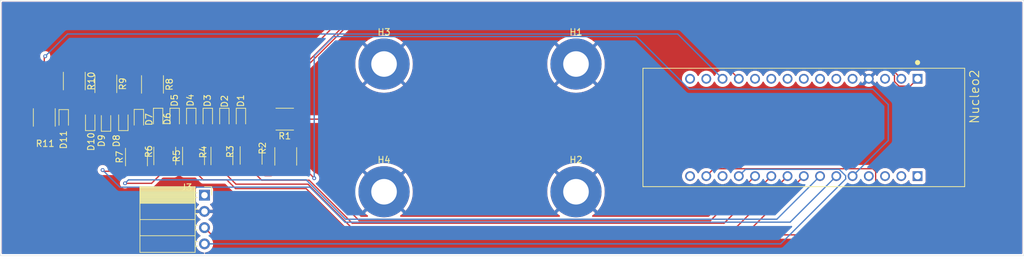
<source format=kicad_pcb>
(kicad_pcb (version 20240108) (generator "pcbnew") (generator_version "8.0")
  (layers (0 "F.Cu" signal) (31 "B.Cu" signal) (34 "B.Paste" user) (35 "F.Paste" user) (36 "B.SilkS" user "B.Silkscreen") (37 "F.SilkS" user "F.Silkscreen") (38 "B.Mask" user) (39 "F.Mask" user) (44 "Edge.Cuts" user))
  (net 0 "")
  (net 1 "Net-(D1-A)")
  (net 2 "GND")
  (net 3 "Net-(D2-A)")
  (net 4 "Net-(D3-A)")
  (net 5 "Net-(D4-A)")
  (net 6 "Net-(D5-A)")
  (net 7 "Net-(D6-A)")
  (net 8 "Net-(D7-A)")
  (net 9 "Net-(D8-A)")
  (net 10 "Net-(D9-A)")
  (net 11 "Net-(D10-A)")
  (net 12 "Net-(D11-A)")
  (net 13 "LED 1")
  (net 14 "LED 2")
  (net 15 "LED 3")
  (net 16 "LED 4")
  (net 17 "LED 5")
  (net 18 "LED 6")
  (net 19 "LED 7")
  (net 20 "LED 8")
  (net 21 "LED 9")
  (net 22 "LED 10")
  (net 23 "LED 11")
  (net 25 "DO")
  (net 26 "Alim Hall")
  (footprint "MountingHole:MountingHole_4mm_Pad" (layer "F.Cu") (at 126.855 92.45)
    (property "Reference" "H3" (at 0 -5 0) (layer "F.SilkS"))
    (property "Value" "MountingHole_Pad")
    (pad "1" thru_hole circle (at 0 0) (size 8 8) (drill 4) (layers "*.Cu" "*.Mask") (net 2 "GND"))
  )
  (footprint "LED_SMD:LED_0603_1608Metric_Pad1.05x0.95mm_HandSolder" (layer "F.Cu") (at 99.31 101.0325 -90)
    (property "Reference" "D3" (at -2.8525 0.06 90) (layer "F.SilkS"))
    (property "Value" "LED")
    (fp_line (start -1.66 0.735) (end 0.8 0.735) (stroke (width 0.12)) (layer "F.SilkS"))
    (fp_line (start -1.66 -0.735) (end -1.66 0.735) (stroke (width 0.12)) (layer "F.SilkS"))
    (fp_line (start 0.8 -0.735) (end -1.66 -0.735) (stroke (width 0.12)) (layer "F.SilkS"))
    (pad "1" smd roundrect (at -0.875 0 270) (size 1.05 0.95) (layers "F.Cu" "F.Paste" "F.Mask") (net 2 "GND"))
    (pad "2" smd roundrect (at 0.875 0 270) (size 1.05 0.95) (layers "F.Cu" "F.Paste" "F.Mask") (net 4 "Net-(D3-A)"))
  )
  (footprint "LED_SMD:LED_0603_1608Metric_Pad1.05x0.95mm_HandSolder" (layer "F.Cu") (at 88.54 101.22 -90)
    (property "Reference" "D7" (at -0.09 -1.59 90) (layer "F.SilkS"))
    (property "Value" "LED")
    (fp_line (start -1.66 0.735) (end 0.8 0.735) (stroke (width 0.12)) (layer "F.SilkS"))
    (fp_line (start -1.66 -0.735) (end -1.66 0.735) (stroke (width 0.12)) (layer "F.SilkS"))
    (fp_line (start 0.8 -0.735) (end -1.66 -0.735) (stroke (width 0.12)) (layer "F.SilkS"))
    (pad "1" smd roundrect (at -0.875 0 270) (size 1.05 0.95) (layers "F.Cu" "F.Paste" "F.Mask") (net 2 "GND"))
    (pad "2" smd roundrect (at 0.875 0 270) (size 1.05 0.95) (layers "F.Cu" "F.Paste" "F.Mask") (net 8 "Net-(D7-A)"))
  )
  (footprint "Resistor_SMD:R_1812_4532Metric_Pad1.30x3.40mm_HandSolder" (layer "F.Cu") (at 88.16 107.015 90)
    (property "Reference" "R7" (at 0 -2.65 90) (layer "F.SilkS"))
    (property "Value" "R_Small")
    (fp_line (start -1.386252 -1.71) (end 1.386252 -1.71) (stroke (width 0.12)) (layer "F.SilkS"))
    (fp_line (start -1.386252 1.71) (end 1.386252 1.71) (stroke (width 0.12)) (layer "F.SilkS"))
    (pad "1" smd roundrect (at -2.225 0 90) (size 1.3 3.4) (layers "F.Cu" "F.Paste" "F.Mask") (roundrect_rratio 0.192308) (net 19 "LED 7"))
    (pad "2" smd roundrect (at 2.225 0 90) (size 1.3 3.4) (layers "F.Cu" "F.Paste" "F.Mask") (roundrect_rratio 0.192308) (net 8 "Net-(D7-A)"))
  )
  (footprint "LED_SMD:LED_0603_1608Metric_Pad1.05x0.95mm_HandSolder" (layer "F.Cu") (at 80.93 101.2125 90)
    (property "Reference" "D10" (at -3.3975 0.13 90) (layer "F.SilkS"))
    (property "Value" "LED")
    (fp_line (start 0.8 -0.735) (end -1.66 -0.735) (stroke (width 0.12)) (layer "F.SilkS"))
    (fp_line (start -1.66 -0.735) (end -1.66 0.735) (stroke (width 0.12)) (layer "F.SilkS"))
    (fp_line (start -1.66 0.735) (end 0.8 0.735) (stroke (width 0.12)) (layer "F.SilkS"))
    (pad "1" smd roundrect (at -0.875 0 90) (size 1.05 0.95) (layers "F.Cu" "F.Paste" "F.Mask") (net 2 "GND"))
    (pad "2" smd roundrect (at 0.875 0 90) (size 1.05 0.95) (layers "F.Cu" "F.Paste" "F.Mask") (net 11 "Net-(D10-A)"))
  )
  (footprint "Resistor_SMD:R_1812_4532Metric_Pad1.30x3.40mm_HandSolder" (layer "F.Cu") (at 73.75 100.815 -90)
    (property "Reference" "R11" (at 4.095 -0.14 180) (layer "F.SilkS"))
    (property "Value" "R_Small")
    (fp_line (start -1.386252 1.71) (end 1.386252 1.71) (stroke (width 0.12)) (layer "F.SilkS"))
    (fp_line (start -1.386252 -1.71) (end 1.386252 -1.71) (stroke (width 0.12)) (layer "F.SilkS"))
    (pad "1" smd roundrect (at -2.225 0 270) (size 1.3 3.4) (layers "F.Cu" "F.Paste" "F.Mask") (roundrect_rratio 0.192308) (net 23 "LED 11"))
    (pad "2" smd roundrect (at 2.225 0 270) (size 1.3 3.4) (layers "F.Cu" "F.Paste" "F.Mask") (roundrect_rratio 0.192308) (net 12 "Net-(D11-A)"))
  )
  (footprint "Resistor_SMD:R_1812_4532Metric_Pad1.30x3.40mm_HandSolder" (layer "F.Cu") (at 101.51 106.845 90)
    (property "Reference" "R4" (at 0.62 -2.93 90) (layer "F.SilkS"))
    (property "Value" "R_Small")
    (fp_line (start -1.386252 -1.71) (end 1.386252 -1.71) (stroke (width 0.12)) (layer "F.SilkS"))
    (fp_line (start -1.386252 1.71) (end 1.386252 1.71) (stroke (width 0.12)) (layer "F.SilkS"))
    (pad "1" smd roundrect (at -2.225 0 90) (size 1.3 3.4) (layers "F.Cu" "F.Paste" "F.Mask") (roundrect_rratio 0.192308) (net 16 "LED 4"))
    (pad "2" smd roundrect (at 2.225 0 90) (size 1.3 3.4) (layers "F.Cu" "F.Paste" "F.Mask") (roundrect_rratio 0.192308) (net 5 "Net-(D4-A)"))
  )
  (footprint "Resistor_SMD:R_1812_4532Metric_Pad1.30x3.40mm_HandSolder" (layer "F.Cu") (at 106.08 106.765 90)
    (property "Reference" "R3" (at 0.6 -3.28 90) (layer "F.SilkS"))
    (property "Value" "R_Small")
    (fp_line (start -1.386252 -1.71) (end 1.386252 -1.71) (stroke (width 0.12)) (layer "F.SilkS"))
    (fp_line (start -1.386252 1.71) (end 1.386252 1.71) (stroke (width 0.12)) (layer "F.SilkS"))
    (pad "1" smd roundrect (at -2.225 0 90) (size 1.3 3.4) (layers "F.Cu" "F.Paste" "F.Mask") (roundrect_rratio 0.192308) (net 15 "LED 3"))
    (pad "2" smd roundrect (at 2.225 0 90) (size 1.3 3.4) (layers "F.Cu" "F.Paste" "F.Mask") (roundrect_rratio 0.192308) (net 4 "Net-(D3-A)"))
  )
  (footprint "LED_SMD:LED_0603_1608Metric_Pad1.05x0.95mm_HandSolder" (layer "F.Cu") (at 86.11 101.2125 90)
    (property "Reference" "D8" (at -3.2675 -1.08 90) (layer "F.SilkS"))
    (property "Value" "LED")
    (fp_line (start 0.8 -0.735) (end -1.66 -0.735) (stroke (width 0.12)) (layer "F.SilkS"))
    (fp_line (start -1.66 -0.735) (end -1.66 0.735) (stroke (width 0.12)) (layer "F.SilkS"))
    (fp_line (start -1.66 0.735) (end 0.8 0.735) (stroke (width 0.12)) (layer "F.SilkS"))
    (pad "1" smd roundrect (at -0.875 0 90) (size 1.05 0.95) (layers "F.Cu" "F.Paste" "F.Mask") (net 2 "GND"))
    (pad "2" smd roundrect (at 0.875 0 90) (size 1.05 0.95) (layers "F.Cu" "F.Paste" "F.Mask") (net 9 "Net-(D8-A)"))
  )
  (footprint "LED_SMD:LED_0603_1608Metric_Pad1.05x0.95mm_HandSolder" (layer "F.Cu") (at 94.13 101.0325 -90)
    (property "Reference" "D5" (at -2.8925 0.03 90) (layer "F.SilkS"))
    (property "Value" "LED")
    (fp_line (start -1.66 0.735) (end 0.8 0.735) (stroke (width 0.12)) (layer "F.SilkS"))
    (fp_line (start -1.66 -0.735) (end -1.66 0.735) (stroke (width 0.12)) (layer "F.SilkS"))
    (fp_line (start 0.8 -0.735) (end -1.66 -0.735) (stroke (width 0.12)) (layer "F.SilkS"))
    (pad "1" smd roundrect (at -0.875 0 270) (size 1.05 0.95) (layers "F.Cu" "F.Paste" "F.Mask") (net 2 "GND"))
    (pad "2" smd roundrect (at 0.875 0 270) (size 1.05 0.95) (layers "F.Cu" "F.Paste" "F.Mask") (net 6 "Net-(D5-A)"))
  )
  (footprint "Resistor_SMD:R_1812_4532Metric_Pad1.30x3.40mm_HandSolder" (layer "F.Cu") (at 92.58 106.845 90)
    (property "Reference" "R6" (at 0.7 -2.49 90) (layer "F.SilkS"))
    (property "Value" "R_Small")
    (fp_line (start -1.386252 -1.71) (end 1.386252 -1.71) (stroke (width 0.12)) (layer "F.SilkS"))
    (fp_line (start -1.386252 1.71) (end 1.386252 1.71) (stroke (width 0.12)) (layer "F.SilkS"))
    (pad "1" smd roundrect (at -2.225 0 90) (size 1.3 3.4) (layers "F.Cu" "F.Paste" "F.Mask") (roundrect_rratio 0.192308) (net 18 "LED 6"))
    (pad "2" smd roundrect (at 2.225 0 90) (size 1.3 3.4) (layers "F.Cu" "F.Paste" "F.Mask") (roundrect_rratio 0.192308) (net 7 "Net-(D6-A)"))
  )
  (footprint "Resistor_SMD:R_1812_4532Metric_Pad1.30x3.40mm_HandSolder" (layer "F.Cu") (at 90.66 95.645 -90)
    (property "Reference" "R8" (at 0 -2.65 90) (layer "F.SilkS"))
    (property "Value" "R_Small")
    (fp_line (start -1.386252 1.71) (end 1.386252 1.71) (stroke (width 0.12)) (layer "F.SilkS"))
    (fp_line (start -1.386252 -1.71) (end 1.386252 -1.71) (stroke (width 0.12)) (layer "F.SilkS"))
    (pad "1" smd roundrect (at -2.225 0 270) (size 1.3 3.4) (layers "F.Cu" "F.Paste" "F.Mask") (roundrect_rratio 0.192308) (net 20 "LED 8"))
    (pad "2" smd roundrect (at 2.225 0 270) (size 1.3 3.4) (layers "F.Cu" "F.Paste" "F.Mask") (roundrect_rratio 0.192308) (net 9 "Net-(D8-A)"))
  )
  (footprint "MountingHole:MountingHole_4mm_Pad" (layer "F.Cu") (at 156.855 112.45)
    (property "Reference" "H2" (at 0 -5 0) (layer "F.SilkS"))
    (property "Value" "MountingHole_Pad")
    (pad "1" thru_hole circle (at 0 0) (size 8 8) (drill 4) (layers "*.Cu" "*.Mask") (net 2 "GND"))
  )
  (footprint "LED_SMD:LED_0603_1608Metric_Pad1.05x0.95mm_HandSolder" (layer "F.Cu") (at 101.9 101.0325 -90)
    (property "Reference" "D2" (at -2.7425 -0.03 90) (layer "F.SilkS"))
    (property "Value" "LED")
    (fp_line (start -1.66 0.735) (end 0.8 0.735) (stroke (width 0.12)) (layer "F.SilkS"))
    (fp_line (start -1.66 -0.735) (end -1.66 0.735) (stroke (width 0.12)) (layer "F.SilkS"))
    (fp_line (start 0.8 -0.735) (end -1.66 -0.735) (stroke (width 0.12)) (layer "F.SilkS"))
    (pad "1" smd roundrect (at -0.875 0 270) (size 1.05 0.95) (layers "F.Cu" "F.Paste" "F.Mask") (net 2 "GND"))
    (pad "2" smd roundrect (at 0.875 0 270) (size 1.05 0.95) (layers "F.Cu" "F.Paste" "F.Mask") (net 3 "Net-(D2-A)"))
  )
  (footprint "LED_SMD:LED_0603_1608Metric_Pad1.05x0.95mm_HandSolder" (layer "F.Cu") (at 83.4 101.315 90)
    (property "Reference" "D9" (at -3.145 -0.71 90) (layer "F.SilkS"))
    (property "Value" "LED")
    (fp_line (start 0.8 -0.735) (end -1.66 -0.735) (stroke (width 0.12)) (layer "F.SilkS"))
    (fp_line (start -1.66 -0.735) (end -1.66 0.735) (stroke (width 0.12)) (layer "F.SilkS"))
    (fp_line (start -1.66 0.735) (end 0.8 0.735) (stroke (width 0.12)) (layer "F.SilkS"))
    (pad "1" smd roundrect (at -0.875 0 90) (size 1.05 0.95) (layers "F.Cu" "F.Paste" "F.Mask") (net 2 "GND"))
    (pad "2" smd roundrect (at 0.875 0 90) (size 1.05 0.95) (layers "F.Cu" "F.Paste" "F.Mask") (net 10 "Net-(D9-A)"))
  )
  (footprint "Resistor_SMD:R_1812_4532Metric_Pad1.30x3.40mm_HandSolder" (layer "F.Cu") (at 83.37 95.555 -90)
    (property "Reference" "R9" (at 0 -2.65 90) (layer "F.SilkS"))
    (property "Value" "R_Small")
    (fp_line (start -1.386252 1.71) (end 1.386252 1.71) (stroke (width 0.12)) (layer "F.SilkS"))
    (fp_line (start -1.386252 -1.71) (end 1.386252 -1.71) (stroke (width 0.12)) (layer "F.SilkS"))
    (pad "1" smd roundrect (at -2.225 0 270) (size 1.3 3.4) (layers "F.Cu" "F.Paste" "F.Mask") (roundrect_rratio 0.192308) (net 21 "LED 9"))
    (pad "2" smd roundrect (at 2.225 0 270) (size 1.3 3.4) (layers "F.Cu" "F.Paste" "F.Mask") (roundrect_rratio 0.192308) (net 10 "Net-(D9-A)"))
  )
  (footprint "Resistor_SMD:R_1812_4532Metric_Pad1.30x3.40mm_HandSolder" (layer "F.Cu") (at 111.49 106.915 90)
    (property "Reference" "R2" (at 1.285 -3.63 90) (layer "F.SilkS"))
    (property "Value" "R_Small")
    (fp_line (start -1.386252 -1.71) (end 1.386252 -1.71) (stroke (width 0.12)) (layer "F.SilkS"))
    (fp_line (start -1.386252 1.71) (end 1.386252 1.71) (stroke (width 0.12)) (layer "F.SilkS"))
    (pad "1" smd roundrect (at -2.225 0 90) (size 1.3 3.4) (layers "F.Cu" "F.Paste" "F.Mask") (roundrect_rratio 0.192308) (net 14 "LED 2"))
    (pad "2" smd roundrect (at 2.225 0 90) (size 1.3 3.4) (layers "F.Cu" "F.Paste" "F.Mask") (roundrect_rratio 0.192308) (net 3 "Net-(D2-A)"))
  )
  (footprint "LED_SMD:LED_0603_1608Metric_Pad1.05x0.95mm_HandSolder" (layer "F.Cu") (at 104.49 101.0325 -90)
    (property "Reference" "D1" (at -2.8325 0.04 90) (layer "F.SilkS"))
    (property "Value" "LED")
    (fp_line (start -1.66 0.735) (end 0.8 0.735) (stroke (width 0.12)) (layer "F.SilkS"))
    (fp_line (start -1.66 -0.735) (end -1.66 0.735) (stroke (width 0.12)) (layer "F.SilkS"))
    (fp_line (start 0.8 -0.735) (end -1.66 -0.735) (stroke (width 0.12)) (layer "F.SilkS"))
    (pad "1" smd roundrect (at -0.875 0 270) (size 1.05 0.95) (layers "F.Cu" "F.Paste" "F.Mask") (net 2 "GND"))
    (pad "2" smd roundrect (at 0.875 0 270) (size 1.05 0.95) (layers "F.Cu" "F.Paste" "F.Mask") (net 1 "Net-(D1-A)"))
  )
  (footprint "Connector_PinSocket_2.54mm:PinSocket_1x04_P2.54mm_Horizontal" (layer "F.Cu") (at 98.79 112.99)
    (property "Reference" "J3" (at -2.79 -1.225 180) (layer "F.SilkS"))
    (property "Value" "Conn_01x04_Socket")
    (fp_line (start -10.09 -1.33) (end -10.09 8.95) (stroke (width 0.12)) (layer "F.SilkS"))
    (fp_line (start -10.09 -1.33) (end -1.46 -1.33) (stroke (width 0.12)) (layer "F.SilkS"))
    (fp_line (start -10.09 -1.21) (end -1.46 -1.21) (stroke (width 0.12)) (layer "F.SilkS"))
    (fp_line (start -10.09 -1.091905) (end -1.46 -1.091905) (stroke (width 0.12)) (layer "F.SilkS"))
    (fp_line (start -10.09 -0.97381) (end -1.46 -0.97381) (stroke (width 0.12)) (layer "F.SilkS"))
    (fp_line (start -10.09 -0.855715) (end -1.46 -0.855715) (stroke (width 0.12)) (layer "F.SilkS"))
    (fp_line (start -10.09 -0.73762) (end -1.46 -0.73762) (stroke (width 0.12)) (layer "F.SilkS"))
    (fp_line (start -10.09 -0.619525) (end -1.46 -0.619525) (stroke (width 0.12)) (layer "F.SilkS"))
    (fp_line (start -10.09 -0.50143) (end -1.46 -0.50143) (stroke (width 0.12)) (layer "F.SilkS"))
    (fp_line (start -10.09 -0.383335) (end -1.46 -0.383335) (stroke (width 0.12)) (layer "F.SilkS"))
    (fp_line (start -10.09 -0.26524) (end -1.46 -0.26524) (stroke (width 0.12)) (layer "F.SilkS"))
    (fp_line (start -10.09 -0.147145) (end -1.46 -0.147145) (stroke (width 0.12)) (layer "F.SilkS"))
    (fp_line (start -10.09 -0.02905) (end -1.46 -0.02905) (stroke (width 0.12)) (layer "F.SilkS"))
    (fp_line (start -10.09 0.089045) (end -1.46 0.089045) (stroke (width 0.12)) (layer "F.SilkS"))
    (fp_line (start -10.09 0.20714) (end -1.46 0.20714) (stroke (width 0.12)) (layer "F.SilkS"))
    (fp_line (start -10.09 0.325235) (end -1.46 0.325235) (stroke (width 0.12)) (layer "F.SilkS"))
    (fp_line (start -10.09 0.44333) (end -1.46 0.44333) (stroke (width 0.12)) (layer "F.SilkS"))
    (fp_line (start -10.09 0.561425) (end -1.46 0.561425) (stroke (width 0.12)) (layer "F.SilkS"))
    (fp_line (start -10.09 0.67952) (end -1.46 0.67952) (stroke (width 0.12)) (layer "F.SilkS"))
    (fp_line (start -10.09 0.797615) (end -1.46 0.797615) (stroke (width 0.12)) (layer "F.SilkS"))
    (fp_line (start -10.09 0.91571) (end -1.46 0.91571) (stroke (width 0.12)) (layer "F.SilkS"))
    (fp_line (start -10.09 1.033805) (end -1.46 1.033805) (stroke (width 0.12)) (layer "F.SilkS"))
    (fp_line (start -10.09 1.1519) (end -1.46 1.1519) (stroke (width 0.12)) (layer "F.SilkS"))
    (fp_line (start -10.09 1.27) (end -1.46 1.27) (stroke (width 0.12)) (layer "F.SilkS"))
    (fp_line (start -10.09 3.81) (end -1.46 3.81) (stroke (width 0.12)) (layer "F.SilkS"))
    (fp_line (start -10.09 6.35) (end -1.46 6.35) (stroke (width 0.12)) (layer "F.SilkS"))
    (fp_line (start -10.09 8.95) (end -1.46 8.95) (stroke (width 0.12)) (layer "F.SilkS"))
    (fp_line (start -1.46 -1.33) (end -1.46 8.95) (stroke (width 0.12)) (layer "F.SilkS"))
    (fp_line (start -1.46 -0.36) (end -1.11 -0.36) (stroke (width 0.12)) (layer "F.SilkS"))
    (fp_line (start -1.46 0.36) (end -1.11 0.36) (stroke (width 0.12)) (layer "F.SilkS"))
    (fp_line (start -1.46 2.18) (end -1.05 2.18) (stroke (width 0.12)) (layer "F.SilkS"))
    (fp_line (start -1.46 2.9) (end -1.05 2.9) (stroke (width 0.12)) (layer "F.SilkS"))
    (fp_line (start -1.46 4.72) (end -1.05 4.72) (stroke (width 0.12)) (layer "F.SilkS"))
    (fp_line (start -1.46 5.44) (end -1.05 5.44) (stroke (width 0.12)) (layer "F.SilkS"))
    (fp_line (start -1.46 7.26) (end -1.05 7.26) (stroke (width 0.12)) (layer "F.SilkS"))
    (fp_line (start -1.46 7.98) (end -1.05 7.98) (stroke (width 0.12)) (layer "F.SilkS"))
    (fp_line (start 0 -1.33) (end 1.11 -1.33) (stroke (width 0.12)) (layer "F.SilkS"))
    (fp_line (start 1.11 -1.33) (end 1.11 0) (stroke (width 0.12)) (layer "F.SilkS"))
    (pad "1" thru_hole rect (at 0 0) (size 1.7 1.7) (drill 1) (layers "*.Cu" "*.Mask"))
    (pad "2" thru_hole oval (at 0 2.54) (size 1.7 1.7) (drill 1) (layers "*.Cu" "*.Mask") (net 2 "GND"))
    (pad "3" thru_hole oval (at 0 5.08) (size 1.7 1.7) (drill 1) (layers "*.Cu" "*.Mask") (net 26 "Alim Hall"))
    (pad "4" thru_hole oval (at 0 7.62) (size 1.7 1.7) (drill 1) (layers "*.Cu" "*.Mask") (net 25 "DO"))
  )
  (footprint "Resistor_SMD:R_1812_4532Metric_Pad1.30x3.40mm_HandSolder" (layer "F.Cu") (at 97.08 106.845 90)
    (property "Reference" "R5" (at 0 -2.65 90) (layer "F.SilkS"))
    (property "Value" "R_Small")
    (fp_line (start -1.386252 -1.71) (end 1.386252 -1.71) (stroke (width 0.12)) (layer "F.SilkS"))
    (fp_line (start -1.386252 1.71) (end 1.386252 1.71) (stroke (width 0.12)) (layer "F.SilkS"))
    (pad "1" smd roundrect (at -2.225 0 90) (size 1.3 3.4) (layers "F.Cu" "F.Paste" "F.Mask") (roundrect_rratio 0.192308) (net 17 "LED 5"))
    (pad "2" smd roundrect (at 2.225 0 90) (size 1.3 3.4) (layers "F.Cu" "F.Paste" "F.Mask") (roundrect_rratio 0.192308) (net 6 "Net-(D5-A)"))
  )
  (footprint "Resistor_SMD:R_1812_4532Metric_Pad1.30x3.40mm_HandSolder" (layer "F.Cu") (at 111.335 101.08 180)
    (property "Reference" "R1" (at 0 -2.65 360) (layer "F.SilkS"))
    (property "Value" "R_Small")
    (fp_line (start -1.386252 1.71) (end 1.386252 1.71) (stroke (width 0.12)) (layer "F.SilkS"))
    (fp_line (start -1.386252 -1.71) (end 1.386252 -1.71) (stroke (width 0.12)) (layer "F.SilkS"))
    (pad "1" smd roundrect (at -2.225 0 180) (size 1.3 3.4) (layers "F.Cu" "F.Paste" "F.Mask") (roundrect_rratio 0.192308) (net 13 "LED 1"))
    (pad "2" smd roundrect (at 2.225 0 180) (size 1.3 3.4) (layers "F.Cu" "F.Paste" "F.Mask") (roundrect_rratio 0.192308) (net 1 "Net-(D1-A)"))
  )
  (footprint "Resistor_SMD:R_1812_4532Metric_Pad1.30x3.40mm_HandSolder" (layer "F.Cu") (at 78.44 95.115 -90)
    (property "Reference" "R10" (at 0 -2.65 90) (layer "F.SilkS"))
    (property "Value" "R_Small")
    (fp_line (start -1.386252 1.71) (end 1.386252 1.71) (stroke (width 0.12)) (layer "F.SilkS"))
    (fp_line (start -1.386252 -1.71) (end 1.386252 -1.71) (stroke (width 0.12)) (layer "F.SilkS"))
    (pad "1" smd roundrect (at -2.225 0 270) (size 1.3 3.4) (layers "F.Cu" "F.Paste" "F.Mask") (roundrect_rratio 0.192308) (net 22 "LED 10"))
    (pad "2" smd roundrect (at 2.225 0 270) (size 1.3 3.4) (layers "F.Cu" "F.Paste" "F.Mask") (roundrect_rratio 0.192308) (net 11 "Net-(D10-A)"))
  )
  (footprint "LED_SMD:LED_0603_1608Metric_Pad1.05x0.95mm_HandSolder" (layer "F.Cu") (at 96.72 101.0325 -90)
    (property "Reference" "D4" (at -2.9125 0.14 90) (layer "F.SilkS"))
    (property "Value" "LED")
    (fp_line (start -1.66 0.735) (end 0.8 0.735) (stroke (width 0.12)) (layer "F.SilkS"))
    (fp_line (start -1.66 -0.735) (end -1.66 0.735) (stroke (width 0.12)) (layer "F.SilkS"))
    (fp_line (start 0.8 -0.735) (end -1.66 -0.735) (stroke (width 0.12)) (layer "F.SilkS"))
    (pad "1" smd roundrect (at -0.875 0 270) (size 1.05 0.95) (layers "F.Cu" "F.Paste" "F.Mask") (net 2 "GND"))
    (pad "2" smd roundrect (at 0.875 0 270) (size 1.05 0.95) (layers "F.Cu" "F.Paste" "F.Mask") (net 5 "Net-(D4-A)"))
  )
  (footprint "MountingHole:MountingHole_4mm_Pad" (layer "F.Cu") (at 156.855 92.45)
    (property "Reference" "H1" (at 0 -5 0) (layer "F.SilkS"))
    (property "Value" "MountingHole_Pad")
    (pad "1" thru_hole circle (at 0 0) (size 8 8) (drill 4) (layers "*.Cu" "*.Mask") (net 2 "GND"))
  )
  (footprint "LED_SMD:LED_0603_1608Metric_Pad1.05x0.95mm_HandSolder" (layer "F.Cu") (at 91.54 101.0325 -90)
    (property "Reference" "D6" (at 0 -1.43 90) (layer "F.SilkS"))
    (property "Value" "LED")
    (fp_line (start -1.66 0.735) (end 0.8 0.735) (stroke (width 0.12)) (layer "F.SilkS"))
    (fp_line (start -1.66 -0.735) (end -1.66 0.735) (stroke (width 0.12)) (layer "F.SilkS"))
    (fp_line (start 0.8 -0.735) (end -1.66 -0.735) (stroke (width 0.12)) (layer "F.SilkS"))
    (pad "1" smd roundrect (at -0.875 0 270) (size 1.05 0.95) (layers "F.Cu" "F.Paste" "F.Mask") (net 2 "GND"))
    (pad "2" smd roundrect (at 0.875 0 270) (size 1.05 0.95) (layers "F.Cu" "F.Paste" "F.Mask") (net 7 "Net-(D6-A)"))
  )
  (footprint "MountingHole:MountingHole_4mm_Pad" (layer "F.Cu") (at 126.855 112.45)
    (property "Reference" "H4" (at 0 -5 0) (layer "F.SilkS"))
    (property "Value" "MountingHole_Pad")
    (pad "1" thru_hole circle (at 0 0) (size 8 8) (drill 4) (layers "*.Cu" "*.Mask") (net 2 "GND"))
  )
  (footprint "LED_SMD:LED_0603_1608Metric_Pad1.05x0.95mm_HandSolder" (layer "F.Cu") (at 76.79 101.2425 -90)
    (property "Reference" "D11" (at 3.0675 0.03 90) (layer "F.SilkS"))
    (property "Value" "LED")
    (fp_line (start -1.66 0.735) (end 0.8 0.735) (stroke (width 0.12)) (layer "F.SilkS"))
    (fp_line (start -1.66 -0.735) (end -1.66 0.735) (stroke (width 0.12)) (layer "F.SilkS"))
    (fp_line (start 0.8 -0.735) (end -1.66 -0.735) (stroke (width 0.12)) (layer "F.SilkS"))
    (pad "1" smd roundrect (at -0.875 0 270) (size 1.05 0.95) (layers "F.Cu" "F.Paste" "F.Mask") (net 2 "GND"))
    (pad "2" smd roundrect (at 0.875 0 270) (size 1.05 0.95) (layers "F.Cu" "F.Paste" "F.Mask") (net 12 "Net-(D11-A)"))
  )
  (footprint "NUCLEO_F303K8:MODULE_NUCLEO-F303K8" (layer "F.Cu") (at 192.46 102.38 -90)
    (property "Reference" "Nucleo2" (at -4.81314 -26.68421 90) (layer "F.SilkS") (effects (font (size 1.402378 1.402378))))
    (property "Value" "~")
    (fp_line (start -9.27 25.145) (end -9.27 -25.145) (stroke (width 0.127)) (layer "F.SilkS"))
    (fp_line (start 9.27 25.145) (end -9.27 25.145) (stroke (width 0.127)) (layer "F.SilkS"))
    (fp_line (start -9.27 -25.145) (end 9.27 -25.145) (stroke (width 0.127)) (layer "F.SilkS"))
    (fp_line (start 9.27 -25.145) (end 9.27 25.145) (stroke (width 0.127)) (layer "F.SilkS"))
    (fp_circle (center -10.16 -17.78) (end -9.96 -17.78) (stroke (width 0.4)) (fill none) (layer "F.SilkS"))
    (pad "3_1" thru_hole rect (at -7.62 -17.78 270) (size 1.53 1.53) (drill 1.02) (layers "*.Cu" "*.Mask") (net 21 "LED 9"))
    (pad "3_2" thru_hole circle (at -7.62 -15.24 270) (size 1.53 1.53) (drill 1.02) (layers "*.Cu" "*.Mask") (net 22 "LED 10"))
    (pad "3_3" thru_hole circle (at -7.62 -12.7 270) (size 1.53 1.53) (drill 1.02) (layers "*.Cu" "*.Mask"))
    (pad "3_4" thru_hole circle (at -7.62 -10.16 270) (size 1.53 1.53) (drill 1.02) (layers "*.Cu" "*.Mask") (net 2 "GND"))
    (pad "3_5" thru_hole circle (at -7.62 -7.62 270) (size 1.53 1.53) (drill 1.02) (layers "*.Cu" "*.Mask"))
    (pad "3_6" thru_hole circle (at -7.62 -5.08 270) (size 1.53 1.53) (drill 1.02) (layers "*.Cu" "*.Mask"))
    (pad "3_7" thru_hole circle (at -7.62 -2.54 270) (size 1.53 1.53) (drill 1.02) (layers "*.Cu" "*.Mask"))
    (pad "3_8" thru_hole circle (at -7.62 0 270) (size 1.53 1.53) (drill 1.02) (layers "*.Cu" "*.Mask"))
    (pad "3_9" thru_hole circle (at -7.62 2.54 270) (size 1.53 1.53) (drill 1.02) (layers "*.Cu" "*.Mask"))
    (pad "3_10" thru_hole circle (at -7.62 5.08 270) (size 1.53 1.53) (drill 1.02) (layers "*.Cu" "*.Mask"))
    (pad "3_11" thru_hole circle (at -7.62 7.62 270) (size 1.53 1.53) (drill 1.02) (layers "*.Cu" "*.Mask"))
    (pad "3_12" thru_hole circle (at -7.62 10.16 270) (size 1.53 1.53) (drill 1.02) (layers "*.Cu" "*.Mask") (net 20 "LED 8"))
    (pad "3_13" thru_hole circle (at -7.62 12.7 270) (size 1.53 1.53) (drill 1.02) (layers "*.Cu" "*.Mask") (net 23 "LED 11"))
    (pad "3_14" thru_hole circle (at -7.62 15.24 270) (size 1.53 1.53) (drill 1.02) (layers "*.Cu" "*.Mask"))
    (pad "3_15" thru_hole circle (at -7.62 17.78 270) (size 1.53 1.53) (drill 1.02) (layers "*.Cu" "*.Mask"))
    (pad "4_1" thru_hole rect (at 7.62 -17.78 270) (size 1.53 1.53) (drill 1.02) (layers "*.Cu" "*.Mask"))
    (pad "4_2" thru_hole circle (at 7.62 -15.24 270) (size 1.53 1.53) (drill 1.02) (layers "*.Cu" "*.Mask"))
    (pad "4_3" thru_hole circle (at 7.62 -12.7 270) (size 1.53 1.53) (drill 1.02) (layers "*.Cu" "*.Mask"))
    (pad "4_4" thru_hole circle (at 7.62 -10.16 270) (size 1.53 1.53) (drill 1.02) (layers "*.Cu" "*.Mask"))
    (pad "4_5" thru_hole circle (at 7.62 -7.62 270) (size 1.53 1.53) (drill 1.02) (layers "*.Cu" "*.Mask") (net 14 "LED 2"))
    (pad "4_6" thru_hole circle (at 7.62 -5.08 270) (size 1.53 1.53) (drill 1.02) (layers "*.Cu" "*.Mask") (net 19 "LED 7"))
    (pad "4_7" thru_hole circle (at 7.62 -2.54 270) (size 1.53 1.53) (drill 1.02) (layers "*.Cu" "*.Mask") (net 18 "LED 6"))
    (pad "4_8" thru_hole circle (at 7.62 0 270) (size 1.53 1.53) (drill 1.02) (layers "*.Cu" "*.Mask") (net 17 "LED 5"))
    (pad "4_9" thru_hole circle (at 7.62 2.54 270) (size 1.53 1.53) (drill 1.02) (layers "*.Cu" "*.Mask") (net 16 "LED 4"))
    (pad "4_10" thru_hole circle (at 7.62 5.08 270) (size 1.53 1.53) (drill 1.02) (layers "*.Cu" "*.Mask") (net 15 "LED 3"))
    (pad "4_11" thru_hole circle (at 7.62 7.62 270) (size 1.53 1.53) (drill 1.02) (layers "*.Cu" "*.Mask") (net 13 "LED 1"))
    (pad "4_12" thru_hole circle (at 7.62 10.16 270) (size 1.53 1.53) (drill 1.02) (layers "*.Cu" "*.Mask") (net 25 "DO"))
    (pad "4_13" thru_hole circle (at 7.62 12.7 270) (size 1.53 1.53) (drill 1.02) (layers "*.Cu" "*.Mask"))
    (pad "4_14" thru_hole circle (at 7.62 15.24 270) (size 1.53 1.53) (drill 1.02) (layers "*.Cu" "*.Mask") (net 26 "Alim Hall"))
    (pad "4_15" thru_hole circle (at 7.62 17.78 270) (size 1.53 1.53) (drill 1.02) (layers "*.Cu" "*.Mask"))
  )
  (gr_rect (start 66.855 82.45) (end 226.855 122.45) (stroke (width 0.05)) (fill none) (layer "Edge.Cuts"))
  (segment (start 109.11 101.08) (end 108.2825 101.9075) (width 0.2) (layer "F.Cu") (net 1))
  (segment (start 108.2825 101.9075) (end 104.49 101.9075) (width 0.2) (layer "F.Cu") (net 1))
  (segment (start 98.79 115.53) (end 97.28 115.53) (width 0.2) (layer "B.Cu") (net 2))
  (segment (start 97.28 115.53) (end 96.79 115.04) (width 0.2) (layer "B.Cu") (net 2))
  (segment (start 111.49 104.69) (end 109.79 104.69) (width 0.2) (layer "F.Cu") (net 3))
  (segment (start 107.8325 102.7325) (end 102.725 102.7325) (width 0.2) (layer "F.Cu") (net 3))
  (segment (start 102.725 102.7325) (end 101.9 101.9075) (width 0.2) (layer "F.Cu") (net 3))
  (segment (start 109.79 104.69) (end 107.8325 102.7325) (width 0.2) (layer "F.Cu") (net 3))
  (segment (start 100.535 103.1325) (end 99.31 101.9075) (width 0.2) (layer "F.Cu") (net 4))
  (segment (start 106.08 104.54) (end 104.6725 103.1325) (width 0.2) (layer "F.Cu") (net 4))
  (segment (start 104.6725 103.1325) (end 100.535 103.1325) (width 0.2) (layer "F.Cu") (net 4))
  (segment (start 99.81 104.62) (end 97.0975 101.9075) (width 0.2) (layer "F.Cu") (net 5))
  (segment (start 97.0975 101.9075) (end 96.72 101.9075) (width 0.2) (layer "F.Cu") (net 5))
  (segment (start 101.51 104.62) (end 99.81 104.62) (width 0.2) (layer "F.Cu") (net 5))
  (segment (start 94.3675 101.9075) (end 94.13 101.9075) (width 0.2) (layer "F.Cu") (net 6))
  (segment (start 97.08 104.62) (end 94.3675 101.9075) (width 0.2) (layer "F.Cu") (net 6))
  (segment (start 92.58 104.62) (end 91.54 103.58) (width 0.2) (layer "F.Cu") (net 7))
  (segment (start 91.54 103.58) (end 91.54 101.9075) (width 0.2) (layer "F.Cu") (net 7))
  (segment (start 88.16 102.475) (end 88.54 102.095) (width 0.2) (layer "F.Cu") (net 8))
  (segment (start 88.16 104.79) (end 88.16 102.475) (width 0.2) (layer "F.Cu") (net 8))
  (segment (start 90.66 97.87) (end 88.5775 97.87) (width 0.2) (layer "F.Cu") (net 9))
  (segment (start 88.5775 97.87) (end 86.11 100.3375) (width 0.2) (layer "F.Cu") (net 9))
  (segment (start 83.37 100.41) (end 83.4 100.44) (width 0.2) (layer "F.Cu") (net 10))
  (segment (start 83.37 97.78) (end 83.37 100.41) (width 0.2) (layer "F.Cu") (net 10))
  (segment (start 80.93 99.83) (end 78.44 97.34) (width 0.2) (layer "F.Cu") (net 11))
  (segment (start 80.93 100.3375) (end 80.93 99.83) (width 0.2) (layer "F.Cu") (net 11))
  (segment (start 74.7025 102.0875) (end 74.7325 102.1175) (width 0.2) (layer "F.Cu") (net 12))
  (segment (start 74.7025 102.0875) (end 73.75 103.04) (width 0.2) (layer "F.Cu") (net 12))
  (segment (start 74.7325 102.1175) (end 76.79 102.1175) (width 0.2) (layer "F.Cu") (net 12))
  (segment (start 113.56 101.08) (end 121.34 101.08) (width 0.2) (layer "F.Cu") (net 13))
  (segment (start 122.97 116.98) (end 177.86 116.98) (width 0.2) (layer "F.Cu") (net 13))
  (segment (start 121.87 101.61) (end 121.87 115.88) (width 0.2) (layer "F.Cu") (net 13))
  (segment (start 121.34 101.08) (end 121.87 101.61) (width 0.2) (layer "F.Cu") (net 13))
  (segment (start 121.87 115.88) (end 122.97 116.98) (width 0.2) (layer "F.Cu") (net 13))
  (segment (start 177.86 116.98) (end 184.84 110) (width 0.2) (layer "F.Cu") (net 13))
  (segment (start 114.75 109.14) (end 115.94 110.33) (width 0.2) (layer "F.Cu") (net 14))
  (segment (start 111.49 109.14) (end 114.75 109.14) (width 0.2) (layer "F.Cu") (net 14))
  (via (at 115.94 110.33) (size 0.6) (drill 0.3) (layers "F.Cu" "B.Cu") (net 14))
  (segment (start 115.94 91.18) (end 118.97 88.15) (width 0.2) (layer "B.Cu") (net 14))
  (segment (start 166.31 88.15) (end 174.54 96.38) (width 0.2) (layer "B.Cu") (net 14))
  (segment (start 205.66 104.42) (end 200.08 110) (width 0.2) (layer "B.Cu") (net 14))
  (segment (start 203.24 96.38) (end 205.66 98.8) (width 0.2) (layer "B.Cu") (net 14))
  (segment (start 205.66 98.8) (end 205.66 104.42) (width 0.2) (layer "B.Cu") (net 14))
  (segment (start 174.54 96.38) (end 203.24 96.38) (width 0.2) (layer "B.Cu") (net 14))
  (segment (start 115.94 110.33) (end 115.94 91.18) (width 0.2) (layer "B.Cu") (net 14))
  (segment (start 118.97 88.15) (end 166.31 88.15) (width 0.2) (layer "B.Cu") (net 14))
  (segment (start 121.89 117.38) (end 180 117.38) (width 0.2) (layer "F.Cu") (net 15))
  (segment (start 107.73 110.64) (end 115.15 110.64) (width 0.2) (layer "F.Cu") (net 15))
  (segment (start 115.15 110.64) (end 121.89 117.38) (width 0.2) (layer "F.Cu") (net 15))
  (segment (start 180 117.38) (end 187.38 110) (width 0.2) (layer "F.Cu") (net 15))
  (segment (start 106.08 108.99) (end 107.73 110.64) (width 0.2) (layer "F.Cu") (net 15))
  (segment (start 101.51 109.07) (end 103.7 111.26) (width 0.2) (layer "F.Cu") (net 16))
  (segment (start 103.7 111.26) (end 114.96 111.26) (width 0.2) (layer "F.Cu") (net 16))
  (segment (start 122.1 118.4) (end 181.52 118.4) (width 0.2) (layer "F.Cu") (net 16))
  (segment (start 114.96 111.26) (end 122.1 118.4) (width 0.2) (layer "F.Cu") (net 16))
  (segment (start 181.52 118.4) (end 189.92 110) (width 0.2) (layer "F.Cu") (net 16))
  (segment (start 103.65 111.96) (end 114.68 111.96) (width 0.2) (layer "F.Cu") (net 17))
  (segment (start 98.59 110.58) (end 102.27 110.58) (width 0.2) (layer "F.Cu") (net 17))
  (segment (start 102.27 110.58) (end 103.65 111.96) (width 0.2) (layer "F.Cu") (net 17))
  (segment (start 97.08 109.07) (end 98.59 110.58) (width 0.2) (layer "F.Cu") (net 17))
  (segment (start 121.52 118.8) (end 183.66 118.8) (width 0.2) (layer "F.Cu") (net 17))
  (segment (start 183.66 118.8) (end 192.46 110) (width 0.2) (layer "F.Cu") (net 17))
  (segment (start 114.68 111.96) (end 121.52 118.8) (width 0.2) (layer "F.Cu") (net 17))
  (segment (start 90.52 111.13) (end 86.37 111.13) (width 0.2) (layer "F.Cu") (net 18))
  (segment (start 92.58 109.07) (end 90.52 111.13) (width 0.2) (layer "F.Cu") (net 18))
  (via (at 86.37 111.13) (size 0.6) (drill 0.3) (layers "F.Cu" "B.Cu") (net 18))
  (segment (start 86.37 111.13) (end 86.91 110.59) (width 0.2) (layer "B.Cu") (net 18))
  (segment (start 114.69 110.59) (end 120.85 116.75) (width 0.2) (layer "B.Cu") (net 18))
  (segment (start 188.25 116.75) (end 195 110) (width 0.2) (layer "B.Cu") (net 18))
  (segment (start 86.91 110.59) (end 114.69 110.59) (width 0.2) (layer "B.Cu") (net 18))
  (segment (start 120.85 116.75) (end 188.25 116.75) (width 0.2) (layer "B.Cu") (net 18))
  (segment (start 88.16 109.24) (end 83.06 109.24) (width 0.2) (layer "F.Cu") (net 19))
  (segment (start 83.06 109.24) (end 82.87 109.05) (width 0.2) (layer "F.Cu") (net 19))
  (via (at 82.87 109.05) (size 0.6) (drill 0.3) (layers "F.Cu" "B.Cu") (net 19))
  (segment (start 85.55 111.73) (end 115.264314 111.73) (width 0.2) (layer "B.Cu") (net 19))
  (segment (start 115.264314 111.73) (end 120.744314 117.21) (width 0.2) (layer "B.Cu") (net 19))
  (segment (start 190.33 117.21) (end 197.54 110) (width 0.2) (layer "B.Cu") (net 19))
  (segment (start 120.744314 117.21) (end 190.33 117.21) (width 0.2) (layer "B.Cu") (net 19))
  (segment (start 82.87 109.05) (end 85.55 111.73) (width 0.2) (layer "B.Cu") (net 19))
  (segment (start 174.02 86.48) (end 182.3 94.76) (width 0.2) (layer "F.Cu") (net 20))
  (segment (start 121.11 86.48) (end 174.02 86.48) (width 0.2) (layer "F.Cu") (net 20))
  (segment (start 114.17 93.42) (end 121.11 86.48) (width 0.2) (layer "F.Cu") (net 20))
  (segment (start 90.66 93.42) (end 114.17 93.42) (width 0.2) (layer "F.Cu") (net 20))
  (segment (start 207.343862 95.91) (end 209.09 95.91) (width 0.2) (layer "F.Cu") (net 21))
  (segment (start 84.23 92.47) (end 114.554314 92.47) (width 0.2) (layer "F.Cu") (net 21))
  (segment (start 206.635 94.260686) (end 206.635 95.201138) (width 0.2) (layer "F.Cu") (net 21))
  (segment (start 198.454314 86.08) (end 206.635 94.260686) (width 0.2) (layer "F.Cu") (net 21))
  (segment (start 120.944314 86.08) (end 198.454314 86.08) (width 0.2) (layer "F.Cu") (net 21))
  (segment (start 83.37 93.33) (end 84.23 92.47) (width 0.2) (layer "F.Cu") (net 21))
  (segment (start 206.635 95.201138) (end 207.343862 95.91) (width 0.2) (layer "F.Cu") (net 21))
  (segment (start 114.554314 92.47) (end 120.944314 86.08) (width 0.2) (layer "F.Cu") (net 21))
  (segment (start 209.09 95.91) (end 210.24 94.76) (width 0.2) (layer "F.Cu") (net 21))
  (segment (start 78.44 92.89) (end 79.88 91.45) (width 0.2) (layer "F.Cu") (net 22))
  (segment (start 197.61 84.67) (end 207.7 94.76) (width 0.2) (layer "F.Cu") (net 22))
  (segment (start 114.13 91.45) (end 114.13 91.42) (width 0.2) (layer "F.Cu") (net 22))
  (segment (start 79.88 91.45) (end 114.13 91.45) (width 0.2) (layer "F.Cu") (net 22))
  (segment (start 120.88 84.67) (end 197.61 84.67) (width 0.2) (layer "F.Cu") (net 22))
  (segment (start 114.13 91.42) (end 120.88 84.67) (width 0.2) (layer "F.Cu") (net 22))
  (segment (start 73.75 91.38) (end 73.9 91.23) (width 0.2) (layer "F.Cu") (net 23))
  (segment (start 73.75 98.59) (end 73.75 91.38) (width 0.2) (layer "F.Cu") (net 23))
  (via (at 73.9 91.23) (size 0.6) (drill 0.3) (layers "F.Cu" "B.Cu") (net 23))
  (segment (start 172.75 87.75) (end 179.76 94.76) (width 0.2) (layer "B.Cu") (net 23))
  (segment (start 73.9 91.23) (end 77.38 87.75) (width 0.2) (layer "B.Cu") (net 23))
  (segment (start 77.38 87.75) (end 172.75 87.75) (width 0.2) (layer "B.Cu") (net 23))
  (segment (start 197.981138 108.935) (end 183.365 108.935) (width 0.2) (layer "B.Cu") (net 25))
  (segment (start 183.365 108.935) (end 182.3 110) (width 0.2) (layer "B.Cu") (net 25))
  (segment (start 188.846138 120.61) (end 199 110.456138) (width 0.2) (layer "B.Cu") (net 25))
  (segment (start 199 109.953862) (end 197.981138 108.935) (width 0.2) (layer "B.Cu") (net 25))
  (segment (start 98.79 120.61) (end 188.846138 120.61) (width 0.2) (layer "B.Cu") (net 25))
  (segment (start 199 110.456138) (end 199 109.953862) (width 0.2) (layer "B.Cu") (net 25))
  (segment (start 98.79 118.07) (end 99.92 119.2) (width 0.2) (layer "F.Cu") (net 26))
  (segment (start 203.17 119.2) (end 203.685 118.685) (width 0.2) (layer "F.Cu") (net 26))
  (segment (start 99.92 119.2) (end 203.17 119.2) (width 0.2) (layer "F.Cu") (net 26))
  (segment (start 203.25 108.85) (end 178.37 108.85) (width 0.2) (layer "F.Cu") (net 26))
  (segment (start 203.685 109.285) (end 203.25 108.85) (width 0.2) (layer "F.Cu") (net 26))
  (segment (start 203.685 118.685) (end 203.685 109.285) (width 0.2) (layer "F.Cu") (net 26))
  (segment (start 178.37 108.85) (end 177.22 110) (width 0.2) (layer "F.Cu") (net 26))
  (zone (net 2) (net_name "GND") (layer "F.Cu") (connect_pads (clearance 0.5)) (min_thickness 0.25) (fill yes (thermal_gap 0.5) (thermal_bridge_width 0.5))
    (polygon (pts (xy 66.86 82.45) (xy 66.86 122.46) (xy 226.86 122.45) (xy 226.84 82.47)))
  )
  (zone (net 2) (net_name "GND") (layer "B.Cu") (priority 1) (connect_pads (clearance 0.5)) (min_thickness 0.25) (fill yes (thermal_gap 0.5) (thermal_bridge_width 0.5))
    (polygon (pts (xy 66.86 82.45) (xy 66.86 122.43) (xy 226.85 122.45) (xy 226.86 82.46)))
  )
)
</source>
